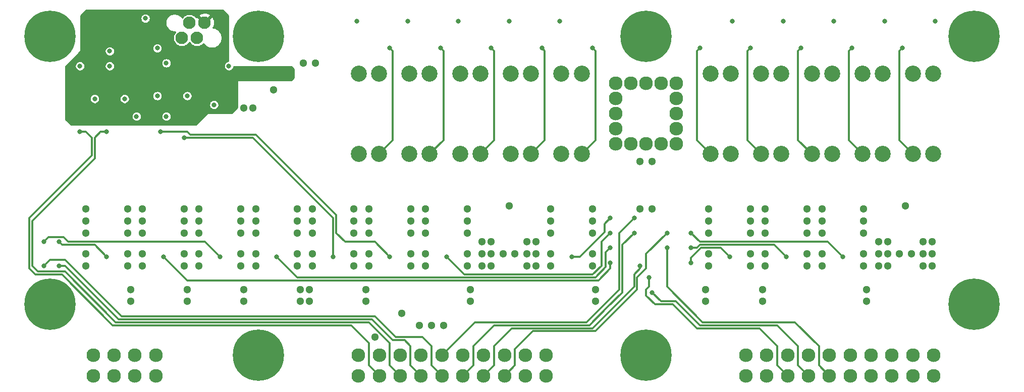
<source format=gbr>
G04 #@! TF.GenerationSoftware,KiCad,Pcbnew,(5.1.5-0-10_14)*
G04 #@! TF.CreationDate,2020-04-25T01:09:03+02:00*
G04 #@! TF.ProjectId,PowerUnit,506f7765-7255-46e6-9974-2e6b69636164,B*
G04 #@! TF.SameCoordinates,Original*
G04 #@! TF.FileFunction,Copper,L2,Inr*
G04 #@! TF.FilePolarity,Positive*
%FSLAX46Y46*%
G04 Gerber Fmt 4.6, Leading zero omitted, Abs format (unit mm)*
G04 Created by KiCad (PCBNEW (5.1.5-0-10_14)) date 2020-04-25 01:09:03*
%MOMM*%
%LPD*%
G04 APERTURE LIST*
%ADD10C,2.100000*%
%ADD11C,0.900000*%
%ADD12C,8.600000*%
%ADD13C,2.700000*%
%ADD14C,2.300000*%
%ADD15C,1.300000*%
%ADD16C,0.800000*%
%ADD17C,0.300000*%
%ADD18C,0.254000*%
G04 APERTURE END LIST*
D10*
X80905000Y-87730000D03*
X79635000Y-90270000D03*
X78365000Y-87730000D03*
X77095000Y-90270000D03*
D11*
X212280419Y-132719581D03*
X210000000Y-131775000D03*
X207719581Y-132719581D03*
X206775000Y-135000000D03*
X207719581Y-137280419D03*
X210000000Y-138225000D03*
X212280419Y-137280419D03*
X213225000Y-135000000D03*
D12*
X210000000Y-135000000D03*
D11*
X212280419Y-87719581D03*
X210000000Y-86775000D03*
X207719581Y-87719581D03*
X206775000Y-90000000D03*
X207719581Y-92280419D03*
X210000000Y-93225000D03*
X212280419Y-92280419D03*
X213225000Y-90000000D03*
D12*
X210000000Y-90000000D03*
D11*
X157280419Y-141219581D03*
X155000000Y-140275000D03*
X152719581Y-141219581D03*
X151775000Y-143500000D03*
X152719581Y-145780419D03*
X155000000Y-146725000D03*
X157280419Y-145780419D03*
X158225000Y-143500000D03*
D12*
X155000000Y-143500000D03*
D11*
X157280419Y-87719581D03*
X155000000Y-86775000D03*
X152719581Y-87719581D03*
X151775000Y-90000000D03*
X152719581Y-92280419D03*
X155000000Y-93225000D03*
X157280419Y-92280419D03*
X158225000Y-90000000D03*
D12*
X155000000Y-90000000D03*
D11*
X92280419Y-141219581D03*
X90000000Y-140275000D03*
X87719581Y-141219581D03*
X86775000Y-143500000D03*
X87719581Y-145780419D03*
X90000000Y-146725000D03*
X92280419Y-145780419D03*
X93225000Y-143500000D03*
D12*
X90000000Y-143500000D03*
D11*
X92280419Y-87719581D03*
X90000000Y-86775000D03*
X87719581Y-87719581D03*
X86775000Y-90000000D03*
X87719581Y-92280419D03*
X90000000Y-93225000D03*
X92280419Y-92280419D03*
X93225000Y-90000000D03*
D12*
X90000000Y-90000000D03*
D11*
X57280419Y-132719581D03*
X55000000Y-131775000D03*
X52719581Y-132719581D03*
X51775000Y-135000000D03*
X52719581Y-137280419D03*
X55000000Y-138225000D03*
X57280419Y-137280419D03*
X58225000Y-135000000D03*
D12*
X55000000Y-135000000D03*
D11*
X57280419Y-87719581D03*
X55000000Y-86775000D03*
X52719581Y-87719581D03*
X51775000Y-90000000D03*
X52719581Y-92280419D03*
X55000000Y-93225000D03*
X57280419Y-92280419D03*
X58225000Y-90000000D03*
D12*
X55000000Y-90000000D03*
D13*
X203200000Y-109730000D03*
X199800000Y-109730000D03*
X199800000Y-96270000D03*
X203200000Y-96270000D03*
X135700000Y-109730000D03*
X132300000Y-109730000D03*
X132300000Y-96270000D03*
X135700000Y-96270000D03*
D14*
X171750000Y-143490000D03*
X175250000Y-143490000D03*
X178750000Y-143490000D03*
X182250000Y-143490000D03*
X185750000Y-143490000D03*
X189250000Y-143490000D03*
X192750000Y-143490000D03*
X196250000Y-143490000D03*
X199750000Y-143490000D03*
X203250000Y-143490000D03*
X171750000Y-146990000D03*
X175250000Y-146990000D03*
X178750000Y-146990000D03*
X182250000Y-146990000D03*
X185750000Y-146990000D03*
X189250000Y-146990000D03*
X192750000Y-146990000D03*
X196250000Y-146990000D03*
X199750000Y-146990000D03*
X203250000Y-146990000D03*
X149920000Y-100460000D03*
X149920000Y-103000000D03*
X149920000Y-105540000D03*
X149920000Y-108080000D03*
X152460000Y-108080000D03*
X155000000Y-108080000D03*
X157540000Y-108080000D03*
X160080000Y-108080000D03*
X160080000Y-105540000D03*
X160080000Y-103000000D03*
X160080000Y-100460000D03*
X160080000Y-97920000D03*
X157540000Y-97920000D03*
X155000000Y-97920000D03*
X152460000Y-97920000D03*
X149920000Y-97920000D03*
X62250000Y-143490000D03*
X65750000Y-143490000D03*
X69250000Y-143490000D03*
X72750000Y-143490000D03*
X62250000Y-146990000D03*
X65750000Y-146990000D03*
X69250000Y-146990000D03*
X72750000Y-146990000D03*
D13*
X144200000Y-109730000D03*
X140800000Y-109730000D03*
X140800000Y-96270000D03*
X144200000Y-96270000D03*
X118700000Y-109730000D03*
X115300000Y-109730000D03*
X115300000Y-96270000D03*
X118700000Y-96270000D03*
X127200000Y-109730000D03*
X123800000Y-109730000D03*
X123800000Y-96270000D03*
X127200000Y-96270000D03*
X169200000Y-109730000D03*
X165800000Y-109730000D03*
X165800000Y-96270000D03*
X169200000Y-96270000D03*
X110200000Y-109730000D03*
X106800000Y-109730000D03*
X106800000Y-96270000D03*
X110200000Y-96270000D03*
X186200000Y-109730000D03*
X182800000Y-109730000D03*
X182800000Y-96270000D03*
X186200000Y-96270000D03*
X177700000Y-109730000D03*
X174300000Y-109730000D03*
X174300000Y-96270000D03*
X177700000Y-96270000D03*
X194700000Y-109730000D03*
X191300000Y-109730000D03*
X191300000Y-96270000D03*
X194700000Y-96270000D03*
D14*
X106750000Y-143490000D03*
X110250000Y-143490000D03*
X113750000Y-143490000D03*
X117250000Y-143490000D03*
X120750000Y-143490000D03*
X124250000Y-143490000D03*
X127750000Y-143490000D03*
X131250000Y-143490000D03*
X134750000Y-143490000D03*
X138250000Y-143490000D03*
X106750000Y-146990000D03*
X110250000Y-146990000D03*
X113750000Y-146990000D03*
X117250000Y-146990000D03*
X120750000Y-146990000D03*
X124250000Y-146990000D03*
X127750000Y-146990000D03*
X131250000Y-146990000D03*
X134750000Y-146990000D03*
X138250000Y-146990000D03*
D15*
X133000000Y-126500000D03*
X131000000Y-126500000D03*
X125500000Y-134500000D03*
X108000000Y-134500000D03*
X108000000Y-132500000D03*
X125500000Y-132500000D03*
X98500000Y-132500000D03*
X97000000Y-132500000D03*
X97000000Y-134500000D03*
X87500000Y-132500000D03*
X87500000Y-134500000D03*
X78000000Y-132500000D03*
X78000000Y-134500000D03*
X68500000Y-132500000D03*
X68500000Y-134500000D03*
X165000000Y-132500000D03*
X165000000Y-134500000D03*
X98500000Y-134500000D03*
X156000000Y-119000000D03*
X154000000Y-119000000D03*
D16*
X169500000Y-87500000D03*
X178000000Y-87500000D03*
X186500000Y-87500000D03*
X195000000Y-87500000D03*
X203500000Y-87500000D03*
X106500000Y-87500000D03*
X115000000Y-87500000D03*
X123500000Y-87500000D03*
X132000000Y-87500000D03*
X140500000Y-87500000D03*
D15*
X146500000Y-132500000D03*
X146500000Y-134500000D03*
X97500000Y-94500000D03*
X99500000Y-94500000D03*
D16*
X82500000Y-101500000D03*
X60000000Y-95000000D03*
X71000000Y-87000000D03*
X69500000Y-103450000D03*
X74500000Y-103450000D03*
X65000000Y-92500000D03*
X65000000Y-95000000D03*
X78000000Y-100000000D03*
X73000000Y-100000000D03*
X67500000Y-100500000D03*
X62500000Y-100500000D03*
D15*
X197500000Y-126500000D03*
X199500000Y-126500000D03*
X192000000Y-132500000D03*
X192000000Y-134500000D03*
X174500000Y-132500000D03*
X174500000Y-134500000D03*
X89000000Y-102000000D03*
X87500000Y-102000000D03*
X92500000Y-99000000D03*
D16*
X85000000Y-95000000D03*
X73000000Y-92000000D03*
X82500000Y-96500000D03*
X94500000Y-95500000D03*
X93000000Y-96000000D03*
X93000000Y-97000000D03*
X82500000Y-99000000D03*
X65000000Y-88500000D03*
X63000000Y-104000000D03*
X68000000Y-104000000D03*
X129000000Y-92000000D03*
D15*
X118000000Y-121000000D03*
X118000000Y-119000000D03*
X118000000Y-123000000D03*
X125000000Y-123000000D03*
X125000000Y-121000000D03*
X125000000Y-119000000D03*
X115500000Y-119000000D03*
X115500000Y-121000000D03*
X115500000Y-123000000D03*
X108500000Y-123000000D03*
X108500000Y-121000000D03*
X108500000Y-119000000D03*
X106000000Y-119000000D03*
X106000000Y-121000000D03*
X106000000Y-123000000D03*
X99000000Y-123000000D03*
X99000000Y-121000000D03*
X99000000Y-119000000D03*
X96500000Y-119000000D03*
X96500000Y-121000000D03*
X96500000Y-123000000D03*
X89500000Y-119000000D03*
X89500000Y-121000000D03*
X89500000Y-123000000D03*
D16*
X120500000Y-92000000D03*
D15*
X70500000Y-121000000D03*
X61000000Y-121000000D03*
X70500000Y-119000000D03*
X70500000Y-123000000D03*
X77500000Y-123000000D03*
X77500000Y-121000000D03*
X77500000Y-119000000D03*
X61000000Y-119000000D03*
X61000000Y-123000000D03*
X68000000Y-123000000D03*
X68000000Y-121000000D03*
X68000000Y-119000000D03*
D16*
X146000000Y-92000000D03*
D15*
X135000000Y-124500000D03*
X136500000Y-124500000D03*
X136500000Y-126500000D03*
X135000000Y-126500000D03*
X135000000Y-128500000D03*
X136500000Y-128500000D03*
X146000000Y-119000000D03*
X139000000Y-119000000D03*
X139000000Y-121000000D03*
X146000000Y-121000000D03*
X146000000Y-123000000D03*
X139000000Y-123000000D03*
D16*
X164000000Y-92000000D03*
D15*
X172500000Y-123000000D03*
X172500000Y-121000000D03*
X172500000Y-119000000D03*
X165500000Y-123000000D03*
X165500000Y-121000000D03*
X165500000Y-119000000D03*
X154000000Y-111000000D03*
X156000000Y-111000000D03*
D16*
X172500000Y-92000000D03*
D15*
X182000000Y-121000000D03*
X182000000Y-123000000D03*
X182000000Y-119000000D03*
X175000000Y-119000000D03*
X175000000Y-121000000D03*
X175000000Y-123000000D03*
D16*
X181000000Y-92000000D03*
D15*
X184500000Y-119000000D03*
X184500000Y-121000000D03*
X184500000Y-123000000D03*
X191500000Y-119000000D03*
X191500000Y-121000000D03*
X191500000Y-123000000D03*
D16*
X112000000Y-92000000D03*
D15*
X80000000Y-121000000D03*
X80000000Y-119000000D03*
X87000000Y-119000000D03*
X87000000Y-121000000D03*
X87000000Y-123000000D03*
X80000000Y-123000000D03*
D16*
X77500000Y-106999988D03*
X102500000Y-127000000D03*
D15*
X106000000Y-126500000D03*
X109500000Y-140500000D03*
X106000000Y-128500000D03*
X99000000Y-126500000D03*
X99000000Y-128500000D03*
X182000000Y-128500000D03*
X182000000Y-126500000D03*
X175000000Y-126500000D03*
X175000000Y-128500000D03*
X139000000Y-126500000D03*
X139000000Y-128500000D03*
X146000000Y-128500000D03*
X146000000Y-126500000D03*
X68000000Y-126500000D03*
X68000000Y-128500000D03*
X61000000Y-126500000D03*
X61000000Y-128500000D03*
X96500000Y-126500000D03*
X96500000Y-128500000D03*
X89500000Y-128500000D03*
X89500000Y-126500000D03*
X165500000Y-126500000D03*
X165500000Y-128500000D03*
X172500000Y-128500000D03*
X172500000Y-126500000D03*
X115500000Y-126500000D03*
X114000000Y-136500000D03*
X115500000Y-128500000D03*
X108500000Y-126500000D03*
X108500000Y-128500000D03*
X184500000Y-126500000D03*
X184500000Y-128500000D03*
X191500000Y-126500000D03*
X191500000Y-128500000D03*
X80000000Y-126500000D03*
X80000000Y-128500000D03*
X87000000Y-126500000D03*
X87000000Y-128500000D03*
X125000000Y-126500000D03*
X125000000Y-128500000D03*
X118000000Y-126500000D03*
X118000000Y-128500000D03*
X117000000Y-138500000D03*
X119000000Y-138500000D03*
X121000000Y-138500000D03*
X70500000Y-126500000D03*
X70500000Y-128500000D03*
X77500000Y-128500000D03*
X77500000Y-126500000D03*
D16*
X60000010Y-106000000D03*
X64500000Y-106000000D03*
X74500000Y-94500000D03*
X189500000Y-92000000D03*
D15*
X194000000Y-124500000D03*
X195500000Y-124500000D03*
X194000000Y-126500000D03*
X195500000Y-126500000D03*
X195500000Y-128500000D03*
X194000000Y-128500000D03*
D16*
X156000000Y-133000000D03*
X154000000Y-128500000D03*
X155500000Y-130500000D03*
X158500000Y-125500000D03*
X153000000Y-120500000D03*
X56500000Y-128500000D03*
X54000000Y-128500000D03*
X153000000Y-123000000D03*
X158500000Y-123000000D03*
X137500000Y-92000000D03*
D15*
X127500000Y-124500000D03*
X129000000Y-124500000D03*
X127500000Y-126500000D03*
X129000000Y-126500000D03*
X127500000Y-128500000D03*
X129000000Y-128500000D03*
X132000000Y-118500000D03*
D16*
X198000000Y-92000000D03*
D15*
X201500000Y-124500000D03*
X203000000Y-124500000D03*
X203000000Y-126500000D03*
X201500000Y-126500000D03*
X201500000Y-128500000D03*
X203000000Y-128500000D03*
X198500000Y-118500000D03*
D16*
X73500000Y-106000000D03*
X112000000Y-127000000D03*
X178500000Y-127000000D03*
X162500000Y-125500000D03*
X142500000Y-127000000D03*
X149000000Y-120500000D03*
X64500000Y-127000000D03*
X56500000Y-124500000D03*
X93000000Y-127000000D03*
X149000000Y-125500000D03*
X169000000Y-127000000D03*
X162500000Y-128000000D03*
X188000000Y-127000000D03*
X162500000Y-123000000D03*
X83500000Y-127000000D03*
X54000000Y-124500000D03*
X121500000Y-127000000D03*
X149000000Y-123000000D03*
X74000000Y-127000000D03*
X149000000Y-128000000D03*
D17*
X129000000Y-92000000D02*
X129500000Y-92500000D01*
X129500000Y-107430000D02*
X127200000Y-109730000D01*
X129500000Y-92500000D02*
X129500000Y-107430000D01*
X120500000Y-92000000D02*
X121000000Y-92500000D01*
X121000000Y-107430000D02*
X118700000Y-109730000D01*
X121000000Y-92500000D02*
X121000000Y-107430000D01*
X146000000Y-92000000D02*
X146500000Y-92500000D01*
X146500000Y-107430000D02*
X144200000Y-109730000D01*
X146500000Y-92500000D02*
X146500000Y-107430000D01*
X164000000Y-92000000D02*
X163500000Y-92500000D01*
X163500000Y-107430000D02*
X165800000Y-109730000D01*
X163500000Y-92500000D02*
X163500000Y-107430000D01*
X172500000Y-92000000D02*
X172000000Y-92500000D01*
X172000000Y-107430000D02*
X174300000Y-109730000D01*
X172000000Y-92500000D02*
X172000000Y-107430000D01*
X181000000Y-92000000D02*
X180500000Y-92500000D01*
X180500000Y-107430000D02*
X182800000Y-109730000D01*
X180500000Y-92500000D02*
X180500000Y-107430000D01*
X112000000Y-92000000D02*
X112500000Y-92500000D01*
X112500000Y-107430000D02*
X110200000Y-109730000D01*
X112500000Y-92500000D02*
X112500000Y-107430000D01*
X102500000Y-120500000D02*
X102500000Y-127000000D01*
X89000000Y-107000000D02*
X102500000Y-120500000D01*
X77500012Y-107000000D02*
X89000000Y-107000000D01*
X77500000Y-106999988D02*
X77500012Y-107000000D01*
X61000000Y-106000000D02*
X60000010Y-106000000D01*
X51500000Y-120500000D02*
X62000000Y-110000000D01*
X57000000Y-130000000D02*
X52500000Y-130000000D01*
X51500000Y-129000000D02*
X51500000Y-120500000D01*
X62000000Y-107000000D02*
X61000000Y-106000000D01*
X108500000Y-141500000D02*
X105500000Y-138500000D01*
X105500000Y-138500000D02*
X65500000Y-138500000D01*
X52500000Y-130000000D02*
X51500000Y-129000000D01*
X65500000Y-138500000D02*
X57000000Y-130000000D01*
X108500000Y-145240000D02*
X108500000Y-141500000D01*
X62000000Y-110000000D02*
X62000000Y-107000000D01*
X110250000Y-146990000D02*
X108500000Y-145240000D01*
X63500000Y-106000000D02*
X64500000Y-106000000D01*
X53000000Y-129500000D02*
X52000000Y-128500000D01*
X57500000Y-129500000D02*
X53000000Y-129500000D01*
X62500000Y-107000000D02*
X63500000Y-106000000D01*
X52000000Y-121000000D02*
X62500000Y-110500000D01*
X52000000Y-128500000D02*
X52000000Y-121000000D01*
X108480002Y-138000000D02*
X66000000Y-138000000D01*
X66000000Y-138000000D02*
X57500000Y-129500000D01*
X62500000Y-110500000D02*
X62500000Y-107000000D01*
X112000000Y-141519998D02*
X108480002Y-138000000D01*
X112000000Y-145240000D02*
X112000000Y-141519998D01*
X113750000Y-146990000D02*
X112000000Y-145240000D01*
X189500000Y-92000000D02*
X189000000Y-92500000D01*
X189000000Y-107430000D02*
X191300000Y-109730000D01*
X189000000Y-92500000D02*
X189000000Y-107430000D01*
X157500000Y-134500000D02*
X156000000Y-133000000D01*
X160000000Y-134500000D02*
X157500000Y-134500000D01*
X177000000Y-138500000D02*
X164000000Y-138500000D01*
X164000000Y-138500000D02*
X160000000Y-134500000D01*
X180500000Y-142000000D02*
X177000000Y-138500000D01*
X180500000Y-145240000D02*
X180500000Y-142000000D01*
X182250000Y-146990000D02*
X180500000Y-145240000D01*
X129500000Y-142000000D02*
X132500000Y-139000000D01*
X132500000Y-139000000D02*
X146000000Y-139000000D01*
X129500000Y-145240000D02*
X129500000Y-142000000D01*
X127750000Y-146990000D02*
X129500000Y-145240000D01*
X146000000Y-139000000D02*
X153000000Y-132000000D01*
X154000000Y-128500000D02*
X154000000Y-129000000D01*
X154000000Y-129000000D02*
X153000000Y-130000000D01*
X153000000Y-130000000D02*
X153000000Y-132000000D01*
X177000000Y-145240000D02*
X178750000Y-146990000D01*
X177000000Y-142000000D02*
X177000000Y-145240000D01*
X174000000Y-139000000D02*
X177000000Y-142000000D01*
X163500000Y-139000000D02*
X174000000Y-139000000D01*
X155500000Y-132000000D02*
X155000000Y-132500000D01*
X156500000Y-135000000D02*
X159500000Y-135000000D01*
X155000000Y-133500000D02*
X156500000Y-135000000D01*
X159500000Y-135000000D02*
X163500000Y-139000000D01*
X155000000Y-132500000D02*
X155000000Y-133500000D01*
X155500000Y-130500000D02*
X155500000Y-132000000D01*
X158500000Y-130000000D02*
X158500000Y-125500000D01*
X158500000Y-132000000D02*
X158500000Y-130000000D01*
X184000000Y-142000000D02*
X180000000Y-138000000D01*
X184000000Y-145240000D02*
X184000000Y-142000000D01*
X164500000Y-138000000D02*
X158500000Y-132000000D01*
X180000000Y-138000000D02*
X164500000Y-138000000D01*
X185750000Y-146990000D02*
X184000000Y-145240000D01*
X126240000Y-138000000D02*
X145000000Y-138000000D01*
X145000000Y-138000000D02*
X148000000Y-135000000D01*
X120750000Y-143490000D02*
X126240000Y-138000000D01*
X148000000Y-135000000D02*
X150500000Y-132500000D01*
X150500000Y-132500000D02*
X150500000Y-123000000D01*
X150500000Y-123000000D02*
X153000000Y-120500000D01*
X115480000Y-141980000D02*
X115480000Y-145220000D01*
X112500000Y-141000000D02*
X114500000Y-141000000D01*
X108999992Y-137499992D02*
X112500000Y-141000000D01*
X115480000Y-145220000D02*
X117250000Y-146990000D01*
X114500000Y-141000000D02*
X115480000Y-141980000D01*
X95000000Y-137500000D02*
X95000008Y-137499992D01*
X95000008Y-137499992D02*
X108999992Y-137499992D01*
X66500000Y-137500000D02*
X95000000Y-137500000D01*
X57500000Y-128500000D02*
X66500000Y-137500000D01*
X56500000Y-128500000D02*
X57500000Y-128500000D01*
X119000000Y-145240000D02*
X120750000Y-146990000D01*
X117500000Y-140500000D02*
X119000000Y-142000000D01*
X109499982Y-136999982D02*
X113000000Y-140500000D01*
X113000000Y-140500000D02*
X117500000Y-140500000D01*
X57500000Y-127500000D02*
X66999982Y-136999982D01*
X55000000Y-127500000D02*
X57500000Y-127500000D01*
X66999982Y-136999982D02*
X109499982Y-136999982D01*
X119000000Y-142000000D02*
X119000000Y-145240000D01*
X54000000Y-128500000D02*
X55000000Y-127500000D01*
X145500000Y-138500000D02*
X148500000Y-135500000D01*
X129500000Y-138500000D02*
X145500000Y-138500000D01*
X124250000Y-146990000D02*
X126000000Y-145240000D01*
X126000000Y-142000000D02*
X129500000Y-138500000D01*
X126000000Y-145240000D02*
X126000000Y-142000000D01*
X148500000Y-135500000D02*
X151000000Y-133000000D01*
X151000000Y-133000000D02*
X151000000Y-128000000D01*
X151000000Y-128000000D02*
X151000000Y-125000000D01*
X151000000Y-125000000D02*
X153000000Y-123000000D01*
X155000000Y-126500000D02*
X158500000Y-123000000D01*
X136000000Y-139500000D02*
X146500000Y-139500000D01*
X131250000Y-146990000D02*
X133000000Y-145240000D01*
X133000000Y-142500000D02*
X136000000Y-139500000D01*
X133000000Y-145240000D02*
X133000000Y-142500000D01*
X146500000Y-139500000D02*
X153500000Y-132500000D01*
X153500000Y-132500000D02*
X153500000Y-130500000D01*
X153500000Y-130500000D02*
X155000000Y-129000000D01*
X155000000Y-129000000D02*
X155000000Y-126500000D01*
X137500000Y-92000000D02*
X138000000Y-92500000D01*
X138000000Y-107430000D02*
X135700000Y-109730000D01*
X138000000Y-92500000D02*
X138000000Y-107430000D01*
X198000000Y-92000000D02*
X197500000Y-92500000D01*
X197500000Y-107430000D02*
X199800000Y-109730000D01*
X197500000Y-92500000D02*
X197500000Y-107430000D01*
X78500000Y-106500000D02*
X78000000Y-106000000D01*
X89500000Y-106500000D02*
X78500000Y-106500000D01*
X109500000Y-124500000D02*
X104500000Y-124500000D01*
X103000000Y-120000000D02*
X89500000Y-106500000D01*
X104500000Y-124500000D02*
X103000000Y-123000000D01*
X78000000Y-106000000D02*
X73500000Y-106000000D01*
X103000000Y-123000000D02*
X103000000Y-120000000D01*
X112000000Y-127000000D02*
X109500000Y-124500000D01*
X177000000Y-125500000D02*
X178500000Y-127000000D01*
X163500000Y-125500000D02*
X164000000Y-125000000D01*
X162500000Y-125500000D02*
X163500000Y-125500000D01*
X164000000Y-125000000D02*
X176500000Y-125000000D01*
X176500000Y-125000000D02*
X177000000Y-125500000D01*
X148000000Y-121500000D02*
X149000000Y-120500000D01*
X148000000Y-122889998D02*
X148000000Y-121500000D01*
X143889998Y-127000000D02*
X142500000Y-127000000D01*
X148000000Y-122889998D02*
X143889998Y-127000000D01*
X64500000Y-127000000D02*
X62500000Y-125000000D01*
X62500000Y-125000000D02*
X57000000Y-125000000D01*
X57000000Y-125000000D02*
X56500000Y-124500000D01*
X146500000Y-130500000D02*
X96500000Y-130500000D01*
X96500000Y-130500000D02*
X93000000Y-127000000D01*
X148249999Y-128750001D02*
X146500000Y-130500000D01*
X148249999Y-126250001D02*
X148249999Y-128750001D01*
X149000000Y-125500000D02*
X148249999Y-126250001D01*
X162500000Y-128000000D02*
X162500000Y-127207120D01*
X162500000Y-127207120D02*
X164207120Y-125500000D01*
X167500000Y-125500000D02*
X169000000Y-127000000D01*
X164207120Y-125500000D02*
X167500000Y-125500000D01*
X186000000Y-125000000D02*
X188000000Y-127000000D01*
X162500000Y-123000000D02*
X164000000Y-124500000D01*
X164000000Y-124500000D02*
X185500000Y-124500000D01*
X185500000Y-124500000D02*
X186000000Y-125000000D01*
X83500000Y-127000000D02*
X81000000Y-124500000D01*
X81000000Y-124500000D02*
X58000000Y-124500000D01*
X57249999Y-123749999D02*
X54750001Y-123749999D01*
X58000000Y-124500000D02*
X57249999Y-123749999D01*
X54750001Y-123749999D02*
X54000000Y-124500000D01*
X147500000Y-124500000D02*
X149000000Y-123000000D01*
X147500000Y-128500000D02*
X147500000Y-124500000D01*
X147500000Y-128500000D02*
X146000000Y-130000000D01*
X121500000Y-127000000D02*
X124500000Y-130000000D01*
X124500000Y-130000000D02*
X146000000Y-130000000D01*
X149000000Y-129000000D02*
X149000000Y-128000000D01*
X147000000Y-131000000D02*
X78000000Y-131000000D01*
X74000000Y-127000000D02*
X78000000Y-131000000D01*
X147000000Y-131000000D02*
X149000000Y-129000000D01*
D18*
G36*
X84873000Y-86552606D02*
G01*
X84873000Y-94182060D01*
X84758773Y-94204782D01*
X84608269Y-94267123D01*
X84472819Y-94357628D01*
X84357628Y-94472819D01*
X84267123Y-94608269D01*
X84204782Y-94758773D01*
X84173000Y-94918548D01*
X84173000Y-95081452D01*
X84204782Y-95241227D01*
X84267123Y-95391731D01*
X84357628Y-95527181D01*
X84472819Y-95642372D01*
X84608269Y-95732877D01*
X84758773Y-95795218D01*
X84918548Y-95827000D01*
X85081452Y-95827000D01*
X85241227Y-95795218D01*
X85391731Y-95732877D01*
X85527181Y-95642372D01*
X85642372Y-95527181D01*
X85732877Y-95391731D01*
X85795218Y-95241227D01*
X85817940Y-95127000D01*
X95447394Y-95127000D01*
X95873000Y-95552606D01*
X95873000Y-96947394D01*
X95447394Y-97373000D01*
X86500000Y-97373000D01*
X86475224Y-97375440D01*
X86451399Y-97382667D01*
X86429443Y-97394403D01*
X86410197Y-97410197D01*
X86394403Y-97429443D01*
X86382667Y-97451399D01*
X86375440Y-97475224D01*
X86373000Y-97500000D01*
X86373000Y-101947394D01*
X85447394Y-102873000D01*
X81500000Y-102873000D01*
X81475224Y-102875440D01*
X81451399Y-102882667D01*
X81429443Y-102894403D01*
X81410197Y-102910197D01*
X79447394Y-104873000D01*
X58552606Y-104873000D01*
X57627000Y-103947394D01*
X57627000Y-103368548D01*
X68673000Y-103368548D01*
X68673000Y-103531452D01*
X68704782Y-103691227D01*
X68767123Y-103841731D01*
X68857628Y-103977181D01*
X68972819Y-104092372D01*
X69108269Y-104182877D01*
X69258773Y-104245218D01*
X69418548Y-104277000D01*
X69581452Y-104277000D01*
X69741227Y-104245218D01*
X69891731Y-104182877D01*
X70027181Y-104092372D01*
X70142372Y-103977181D01*
X70232877Y-103841731D01*
X70295218Y-103691227D01*
X70327000Y-103531452D01*
X70327000Y-103368548D01*
X73673000Y-103368548D01*
X73673000Y-103531452D01*
X73704782Y-103691227D01*
X73767123Y-103841731D01*
X73857628Y-103977181D01*
X73972819Y-104092372D01*
X74108269Y-104182877D01*
X74258773Y-104245218D01*
X74418548Y-104277000D01*
X74581452Y-104277000D01*
X74741227Y-104245218D01*
X74891731Y-104182877D01*
X75027181Y-104092372D01*
X75142372Y-103977181D01*
X75232877Y-103841731D01*
X75295218Y-103691227D01*
X75327000Y-103531452D01*
X75327000Y-103368548D01*
X75295218Y-103208773D01*
X75232877Y-103058269D01*
X75142372Y-102922819D01*
X75027181Y-102807628D01*
X74891731Y-102717123D01*
X74741227Y-102654782D01*
X74581452Y-102623000D01*
X74418548Y-102623000D01*
X74258773Y-102654782D01*
X74108269Y-102717123D01*
X73972819Y-102807628D01*
X73857628Y-102922819D01*
X73767123Y-103058269D01*
X73704782Y-103208773D01*
X73673000Y-103368548D01*
X70327000Y-103368548D01*
X70295218Y-103208773D01*
X70232877Y-103058269D01*
X70142372Y-102922819D01*
X70027181Y-102807628D01*
X69891731Y-102717123D01*
X69741227Y-102654782D01*
X69581452Y-102623000D01*
X69418548Y-102623000D01*
X69258773Y-102654782D01*
X69108269Y-102717123D01*
X68972819Y-102807628D01*
X68857628Y-102922819D01*
X68767123Y-103058269D01*
X68704782Y-103208773D01*
X68673000Y-103368548D01*
X57627000Y-103368548D01*
X57627000Y-101418548D01*
X81673000Y-101418548D01*
X81673000Y-101581452D01*
X81704782Y-101741227D01*
X81767123Y-101891731D01*
X81857628Y-102027181D01*
X81972819Y-102142372D01*
X82108269Y-102232877D01*
X82258773Y-102295218D01*
X82418548Y-102327000D01*
X82581452Y-102327000D01*
X82741227Y-102295218D01*
X82891731Y-102232877D01*
X83027181Y-102142372D01*
X83142372Y-102027181D01*
X83232877Y-101891731D01*
X83295218Y-101741227D01*
X83327000Y-101581452D01*
X83327000Y-101418548D01*
X83295218Y-101258773D01*
X83232877Y-101108269D01*
X83142372Y-100972819D01*
X83027181Y-100857628D01*
X82891731Y-100767123D01*
X82741227Y-100704782D01*
X82581452Y-100673000D01*
X82418548Y-100673000D01*
X82258773Y-100704782D01*
X82108269Y-100767123D01*
X81972819Y-100857628D01*
X81857628Y-100972819D01*
X81767123Y-101108269D01*
X81704782Y-101258773D01*
X81673000Y-101418548D01*
X57627000Y-101418548D01*
X57627000Y-100418548D01*
X61673000Y-100418548D01*
X61673000Y-100581452D01*
X61704782Y-100741227D01*
X61767123Y-100891731D01*
X61857628Y-101027181D01*
X61972819Y-101142372D01*
X62108269Y-101232877D01*
X62258773Y-101295218D01*
X62418548Y-101327000D01*
X62581452Y-101327000D01*
X62741227Y-101295218D01*
X62891731Y-101232877D01*
X63027181Y-101142372D01*
X63142372Y-101027181D01*
X63232877Y-100891731D01*
X63295218Y-100741227D01*
X63327000Y-100581452D01*
X63327000Y-100418548D01*
X66673000Y-100418548D01*
X66673000Y-100581452D01*
X66704782Y-100741227D01*
X66767123Y-100891731D01*
X66857628Y-101027181D01*
X66972819Y-101142372D01*
X67108269Y-101232877D01*
X67258773Y-101295218D01*
X67418548Y-101327000D01*
X67581452Y-101327000D01*
X67741227Y-101295218D01*
X67891731Y-101232877D01*
X68027181Y-101142372D01*
X68142372Y-101027181D01*
X68232877Y-100891731D01*
X68295218Y-100741227D01*
X68327000Y-100581452D01*
X68327000Y-100418548D01*
X68295218Y-100258773D01*
X68232877Y-100108269D01*
X68142372Y-99972819D01*
X68088101Y-99918548D01*
X72173000Y-99918548D01*
X72173000Y-100081452D01*
X72204782Y-100241227D01*
X72267123Y-100391731D01*
X72357628Y-100527181D01*
X72472819Y-100642372D01*
X72608269Y-100732877D01*
X72758773Y-100795218D01*
X72918548Y-100827000D01*
X73081452Y-100827000D01*
X73241227Y-100795218D01*
X73391731Y-100732877D01*
X73527181Y-100642372D01*
X73642372Y-100527181D01*
X73732877Y-100391731D01*
X73795218Y-100241227D01*
X73827000Y-100081452D01*
X73827000Y-99918548D01*
X77173000Y-99918548D01*
X77173000Y-100081452D01*
X77204782Y-100241227D01*
X77267123Y-100391731D01*
X77357628Y-100527181D01*
X77472819Y-100642372D01*
X77608269Y-100732877D01*
X77758773Y-100795218D01*
X77918548Y-100827000D01*
X78081452Y-100827000D01*
X78241227Y-100795218D01*
X78391731Y-100732877D01*
X78527181Y-100642372D01*
X78642372Y-100527181D01*
X78732877Y-100391731D01*
X78795218Y-100241227D01*
X78827000Y-100081452D01*
X78827000Y-99918548D01*
X78795218Y-99758773D01*
X78732877Y-99608269D01*
X78642372Y-99472819D01*
X78527181Y-99357628D01*
X78391731Y-99267123D01*
X78241227Y-99204782D01*
X78081452Y-99173000D01*
X77918548Y-99173000D01*
X77758773Y-99204782D01*
X77608269Y-99267123D01*
X77472819Y-99357628D01*
X77357628Y-99472819D01*
X77267123Y-99608269D01*
X77204782Y-99758773D01*
X77173000Y-99918548D01*
X73827000Y-99918548D01*
X73795218Y-99758773D01*
X73732877Y-99608269D01*
X73642372Y-99472819D01*
X73527181Y-99357628D01*
X73391731Y-99267123D01*
X73241227Y-99204782D01*
X73081452Y-99173000D01*
X72918548Y-99173000D01*
X72758773Y-99204782D01*
X72608269Y-99267123D01*
X72472819Y-99357628D01*
X72357628Y-99472819D01*
X72267123Y-99608269D01*
X72204782Y-99758773D01*
X72173000Y-99918548D01*
X68088101Y-99918548D01*
X68027181Y-99857628D01*
X67891731Y-99767123D01*
X67741227Y-99704782D01*
X67581452Y-99673000D01*
X67418548Y-99673000D01*
X67258773Y-99704782D01*
X67108269Y-99767123D01*
X66972819Y-99857628D01*
X66857628Y-99972819D01*
X66767123Y-100108269D01*
X66704782Y-100258773D01*
X66673000Y-100418548D01*
X63327000Y-100418548D01*
X63295218Y-100258773D01*
X63232877Y-100108269D01*
X63142372Y-99972819D01*
X63027181Y-99857628D01*
X62891731Y-99767123D01*
X62741227Y-99704782D01*
X62581452Y-99673000D01*
X62418548Y-99673000D01*
X62258773Y-99704782D01*
X62108269Y-99767123D01*
X61972819Y-99857628D01*
X61857628Y-99972819D01*
X61767123Y-100108269D01*
X61704782Y-100258773D01*
X61673000Y-100418548D01*
X57627000Y-100418548D01*
X57627000Y-95052606D01*
X57761058Y-94918548D01*
X59173000Y-94918548D01*
X59173000Y-95081452D01*
X59204782Y-95241227D01*
X59267123Y-95391731D01*
X59357628Y-95527181D01*
X59472819Y-95642372D01*
X59608269Y-95732877D01*
X59758773Y-95795218D01*
X59918548Y-95827000D01*
X60081452Y-95827000D01*
X60241227Y-95795218D01*
X60391731Y-95732877D01*
X60527181Y-95642372D01*
X60642372Y-95527181D01*
X60732877Y-95391731D01*
X60795218Y-95241227D01*
X60827000Y-95081452D01*
X60827000Y-94918548D01*
X64173000Y-94918548D01*
X64173000Y-95081452D01*
X64204782Y-95241227D01*
X64267123Y-95391731D01*
X64357628Y-95527181D01*
X64472819Y-95642372D01*
X64608269Y-95732877D01*
X64758773Y-95795218D01*
X64918548Y-95827000D01*
X65081452Y-95827000D01*
X65241227Y-95795218D01*
X65391731Y-95732877D01*
X65527181Y-95642372D01*
X65642372Y-95527181D01*
X65732877Y-95391731D01*
X65795218Y-95241227D01*
X65827000Y-95081452D01*
X65827000Y-94918548D01*
X65795218Y-94758773D01*
X65732877Y-94608269D01*
X65642372Y-94472819D01*
X65588101Y-94418548D01*
X73673000Y-94418548D01*
X73673000Y-94581452D01*
X73704782Y-94741227D01*
X73767123Y-94891731D01*
X73857628Y-95027181D01*
X73972819Y-95142372D01*
X74108269Y-95232877D01*
X74258773Y-95295218D01*
X74418548Y-95327000D01*
X74581452Y-95327000D01*
X74741227Y-95295218D01*
X74891731Y-95232877D01*
X75027181Y-95142372D01*
X75142372Y-95027181D01*
X75232877Y-94891731D01*
X75295218Y-94741227D01*
X75327000Y-94581452D01*
X75327000Y-94418548D01*
X75295218Y-94258773D01*
X75232877Y-94108269D01*
X75142372Y-93972819D01*
X75027181Y-93857628D01*
X74891731Y-93767123D01*
X74741227Y-93704782D01*
X74581452Y-93673000D01*
X74418548Y-93673000D01*
X74258773Y-93704782D01*
X74108269Y-93767123D01*
X73972819Y-93857628D01*
X73857628Y-93972819D01*
X73767123Y-94108269D01*
X73704782Y-94258773D01*
X73673000Y-94418548D01*
X65588101Y-94418548D01*
X65527181Y-94357628D01*
X65391731Y-94267123D01*
X65241227Y-94204782D01*
X65081452Y-94173000D01*
X64918548Y-94173000D01*
X64758773Y-94204782D01*
X64608269Y-94267123D01*
X64472819Y-94357628D01*
X64357628Y-94472819D01*
X64267123Y-94608269D01*
X64204782Y-94758773D01*
X64173000Y-94918548D01*
X60827000Y-94918548D01*
X60795218Y-94758773D01*
X60732877Y-94608269D01*
X60642372Y-94472819D01*
X60527181Y-94357628D01*
X60391731Y-94267123D01*
X60241227Y-94204782D01*
X60081452Y-94173000D01*
X59918548Y-94173000D01*
X59758773Y-94204782D01*
X59608269Y-94267123D01*
X59472819Y-94357628D01*
X59357628Y-94472819D01*
X59267123Y-94608269D01*
X59204782Y-94758773D01*
X59173000Y-94918548D01*
X57761058Y-94918548D01*
X60089803Y-92589803D01*
X60105597Y-92570557D01*
X60117333Y-92548601D01*
X60124560Y-92524776D01*
X60127000Y-92500000D01*
X60127000Y-92418548D01*
X64173000Y-92418548D01*
X64173000Y-92581452D01*
X64204782Y-92741227D01*
X64267123Y-92891731D01*
X64357628Y-93027181D01*
X64472819Y-93142372D01*
X64608269Y-93232877D01*
X64758773Y-93295218D01*
X64918548Y-93327000D01*
X65081452Y-93327000D01*
X65241227Y-93295218D01*
X65391731Y-93232877D01*
X65527181Y-93142372D01*
X65642372Y-93027181D01*
X65732877Y-92891731D01*
X65795218Y-92741227D01*
X65827000Y-92581452D01*
X65827000Y-92418548D01*
X65795218Y-92258773D01*
X65732877Y-92108269D01*
X65642372Y-91972819D01*
X65588101Y-91918548D01*
X72173000Y-91918548D01*
X72173000Y-92081452D01*
X72204782Y-92241227D01*
X72267123Y-92391731D01*
X72357628Y-92527181D01*
X72472819Y-92642372D01*
X72608269Y-92732877D01*
X72758773Y-92795218D01*
X72918548Y-92827000D01*
X73081452Y-92827000D01*
X73241227Y-92795218D01*
X73391731Y-92732877D01*
X73527181Y-92642372D01*
X73642372Y-92527181D01*
X73732877Y-92391731D01*
X73795218Y-92241227D01*
X73827000Y-92081452D01*
X73827000Y-91918548D01*
X73795218Y-91758773D01*
X73732877Y-91608269D01*
X73642372Y-91472819D01*
X73527181Y-91357628D01*
X73391731Y-91267123D01*
X73241227Y-91204782D01*
X73081452Y-91173000D01*
X72918548Y-91173000D01*
X72758773Y-91204782D01*
X72608269Y-91267123D01*
X72472819Y-91357628D01*
X72357628Y-91472819D01*
X72267123Y-91608269D01*
X72204782Y-91758773D01*
X72173000Y-91918548D01*
X65588101Y-91918548D01*
X65527181Y-91857628D01*
X65391731Y-91767123D01*
X65241227Y-91704782D01*
X65081452Y-91673000D01*
X64918548Y-91673000D01*
X64758773Y-91704782D01*
X64608269Y-91767123D01*
X64472819Y-91857628D01*
X64357628Y-91972819D01*
X64267123Y-92108269D01*
X64204782Y-92258773D01*
X64173000Y-92418548D01*
X60127000Y-92418548D01*
X60127000Y-86918548D01*
X70173000Y-86918548D01*
X70173000Y-87081452D01*
X70204782Y-87241227D01*
X70267123Y-87391731D01*
X70357628Y-87527181D01*
X70472819Y-87642372D01*
X70608269Y-87732877D01*
X70758773Y-87795218D01*
X70918548Y-87827000D01*
X71081452Y-87827000D01*
X71241227Y-87795218D01*
X71391731Y-87732877D01*
X71527181Y-87642372D01*
X71589949Y-87579604D01*
X74338000Y-87579604D01*
X74338000Y-87880396D01*
X74396681Y-88175410D01*
X74511790Y-88453306D01*
X74678901Y-88703406D01*
X74891594Y-88916099D01*
X75141694Y-89083210D01*
X75419590Y-89198319D01*
X75714604Y-89257000D01*
X76015396Y-89257000D01*
X76020152Y-89256054D01*
X75947739Y-89328467D01*
X75786099Y-89570378D01*
X75674760Y-89839175D01*
X75618000Y-90124528D01*
X75618000Y-90415472D01*
X75674760Y-90700825D01*
X75786099Y-90969622D01*
X75947739Y-91211533D01*
X76153467Y-91417261D01*
X76395378Y-91578901D01*
X76664175Y-91690240D01*
X76949528Y-91747000D01*
X77240472Y-91747000D01*
X77525825Y-91690240D01*
X77794622Y-91578901D01*
X78036533Y-91417261D01*
X78242261Y-91211533D01*
X78365000Y-91027841D01*
X78487739Y-91211533D01*
X78693467Y-91417261D01*
X78935378Y-91578901D01*
X79204175Y-91690240D01*
X79489528Y-91747000D01*
X79780472Y-91747000D01*
X80065825Y-91690240D01*
X80334622Y-91578901D01*
X80576533Y-91417261D01*
X80725197Y-91268597D01*
X80793552Y-91370898D01*
X81034102Y-91611448D01*
X81316959Y-91800447D01*
X81631253Y-91930632D01*
X81964905Y-91997000D01*
X82305095Y-91997000D01*
X82638747Y-91930632D01*
X82953041Y-91800447D01*
X83235898Y-91611448D01*
X83476448Y-91370898D01*
X83665447Y-91088041D01*
X83795632Y-90773747D01*
X83862000Y-90440095D01*
X83862000Y-90099905D01*
X83795632Y-89766253D01*
X83665447Y-89451959D01*
X83476448Y-89169102D01*
X83235898Y-88928552D01*
X82953041Y-88739553D01*
X82638747Y-88609368D01*
X82376172Y-88557138D01*
X82491463Y-88321523D01*
X82576380Y-88000654D01*
X82597066Y-87669383D01*
X82552728Y-87340443D01*
X82445069Y-87026473D01*
X82345579Y-86840339D01*
X82076066Y-86738539D01*
X81084605Y-87730000D01*
X81098748Y-87744143D01*
X80919143Y-87923748D01*
X80905000Y-87909605D01*
X80890858Y-87923748D01*
X80711253Y-87744143D01*
X80725395Y-87730000D01*
X79733934Y-86738539D01*
X79530295Y-86815457D01*
X79512261Y-86788467D01*
X79306533Y-86582739D01*
X79270907Y-86558934D01*
X79913539Y-86558934D01*
X80905000Y-87550395D01*
X81896461Y-86558934D01*
X81794661Y-86289421D01*
X81496523Y-86143537D01*
X81175654Y-86058620D01*
X80844383Y-86037934D01*
X80515443Y-86082272D01*
X80201473Y-86189931D01*
X80015339Y-86289421D01*
X79913539Y-86558934D01*
X79270907Y-86558934D01*
X79064622Y-86421099D01*
X78795825Y-86309760D01*
X78510472Y-86253000D01*
X78219528Y-86253000D01*
X77934175Y-86309760D01*
X77665378Y-86421099D01*
X77423467Y-86582739D01*
X77217739Y-86788467D01*
X77145067Y-86897228D01*
X77051099Y-86756594D01*
X76838406Y-86543901D01*
X76588306Y-86376790D01*
X76310410Y-86261681D01*
X76015396Y-86203000D01*
X75714604Y-86203000D01*
X75419590Y-86261681D01*
X75141694Y-86376790D01*
X74891594Y-86543901D01*
X74678901Y-86756594D01*
X74511790Y-87006694D01*
X74396681Y-87284590D01*
X74338000Y-87579604D01*
X71589949Y-87579604D01*
X71642372Y-87527181D01*
X71732877Y-87391731D01*
X71795218Y-87241227D01*
X71827000Y-87081452D01*
X71827000Y-86918548D01*
X71795218Y-86758773D01*
X71732877Y-86608269D01*
X71642372Y-86472819D01*
X71527181Y-86357628D01*
X71391731Y-86267123D01*
X71241227Y-86204782D01*
X71081452Y-86173000D01*
X70918548Y-86173000D01*
X70758773Y-86204782D01*
X70608269Y-86267123D01*
X70472819Y-86357628D01*
X70357628Y-86472819D01*
X70267123Y-86608269D01*
X70204782Y-86758773D01*
X70173000Y-86918548D01*
X60127000Y-86918548D01*
X60127000Y-86552606D01*
X61052606Y-85627000D01*
X83947394Y-85627000D01*
X84873000Y-86552606D01*
G37*
X84873000Y-86552606D02*
X84873000Y-94182060D01*
X84758773Y-94204782D01*
X84608269Y-94267123D01*
X84472819Y-94357628D01*
X84357628Y-94472819D01*
X84267123Y-94608269D01*
X84204782Y-94758773D01*
X84173000Y-94918548D01*
X84173000Y-95081452D01*
X84204782Y-95241227D01*
X84267123Y-95391731D01*
X84357628Y-95527181D01*
X84472819Y-95642372D01*
X84608269Y-95732877D01*
X84758773Y-95795218D01*
X84918548Y-95827000D01*
X85081452Y-95827000D01*
X85241227Y-95795218D01*
X85391731Y-95732877D01*
X85527181Y-95642372D01*
X85642372Y-95527181D01*
X85732877Y-95391731D01*
X85795218Y-95241227D01*
X85817940Y-95127000D01*
X95447394Y-95127000D01*
X95873000Y-95552606D01*
X95873000Y-96947394D01*
X95447394Y-97373000D01*
X86500000Y-97373000D01*
X86475224Y-97375440D01*
X86451399Y-97382667D01*
X86429443Y-97394403D01*
X86410197Y-97410197D01*
X86394403Y-97429443D01*
X86382667Y-97451399D01*
X86375440Y-97475224D01*
X86373000Y-97500000D01*
X86373000Y-101947394D01*
X85447394Y-102873000D01*
X81500000Y-102873000D01*
X81475224Y-102875440D01*
X81451399Y-102882667D01*
X81429443Y-102894403D01*
X81410197Y-102910197D01*
X79447394Y-104873000D01*
X58552606Y-104873000D01*
X57627000Y-103947394D01*
X57627000Y-103368548D01*
X68673000Y-103368548D01*
X68673000Y-103531452D01*
X68704782Y-103691227D01*
X68767123Y-103841731D01*
X68857628Y-103977181D01*
X68972819Y-104092372D01*
X69108269Y-104182877D01*
X69258773Y-104245218D01*
X69418548Y-104277000D01*
X69581452Y-104277000D01*
X69741227Y-104245218D01*
X69891731Y-104182877D01*
X70027181Y-104092372D01*
X70142372Y-103977181D01*
X70232877Y-103841731D01*
X70295218Y-103691227D01*
X70327000Y-103531452D01*
X70327000Y-103368548D01*
X73673000Y-103368548D01*
X73673000Y-103531452D01*
X73704782Y-103691227D01*
X73767123Y-103841731D01*
X73857628Y-103977181D01*
X73972819Y-104092372D01*
X74108269Y-104182877D01*
X74258773Y-104245218D01*
X74418548Y-104277000D01*
X74581452Y-104277000D01*
X74741227Y-104245218D01*
X74891731Y-104182877D01*
X75027181Y-104092372D01*
X75142372Y-103977181D01*
X75232877Y-103841731D01*
X75295218Y-103691227D01*
X75327000Y-103531452D01*
X75327000Y-103368548D01*
X75295218Y-103208773D01*
X75232877Y-103058269D01*
X75142372Y-102922819D01*
X75027181Y-102807628D01*
X74891731Y-102717123D01*
X74741227Y-102654782D01*
X74581452Y-102623000D01*
X74418548Y-102623000D01*
X74258773Y-102654782D01*
X74108269Y-102717123D01*
X73972819Y-102807628D01*
X73857628Y-102922819D01*
X73767123Y-103058269D01*
X73704782Y-103208773D01*
X73673000Y-103368548D01*
X70327000Y-103368548D01*
X70295218Y-103208773D01*
X70232877Y-103058269D01*
X70142372Y-102922819D01*
X70027181Y-102807628D01*
X69891731Y-102717123D01*
X69741227Y-102654782D01*
X69581452Y-102623000D01*
X69418548Y-102623000D01*
X69258773Y-102654782D01*
X69108269Y-102717123D01*
X68972819Y-102807628D01*
X68857628Y-102922819D01*
X68767123Y-103058269D01*
X68704782Y-103208773D01*
X68673000Y-103368548D01*
X57627000Y-103368548D01*
X57627000Y-101418548D01*
X81673000Y-101418548D01*
X81673000Y-101581452D01*
X81704782Y-101741227D01*
X81767123Y-101891731D01*
X81857628Y-102027181D01*
X81972819Y-102142372D01*
X82108269Y-102232877D01*
X82258773Y-102295218D01*
X82418548Y-102327000D01*
X82581452Y-102327000D01*
X82741227Y-102295218D01*
X82891731Y-102232877D01*
X83027181Y-102142372D01*
X83142372Y-102027181D01*
X83232877Y-101891731D01*
X83295218Y-101741227D01*
X83327000Y-101581452D01*
X83327000Y-101418548D01*
X83295218Y-101258773D01*
X83232877Y-101108269D01*
X83142372Y-100972819D01*
X83027181Y-100857628D01*
X82891731Y-100767123D01*
X82741227Y-100704782D01*
X82581452Y-100673000D01*
X82418548Y-100673000D01*
X82258773Y-100704782D01*
X82108269Y-100767123D01*
X81972819Y-100857628D01*
X81857628Y-100972819D01*
X81767123Y-101108269D01*
X81704782Y-101258773D01*
X81673000Y-101418548D01*
X57627000Y-101418548D01*
X57627000Y-100418548D01*
X61673000Y-100418548D01*
X61673000Y-100581452D01*
X61704782Y-100741227D01*
X61767123Y-100891731D01*
X61857628Y-101027181D01*
X61972819Y-101142372D01*
X62108269Y-101232877D01*
X62258773Y-101295218D01*
X62418548Y-101327000D01*
X62581452Y-101327000D01*
X62741227Y-101295218D01*
X62891731Y-101232877D01*
X63027181Y-101142372D01*
X63142372Y-101027181D01*
X63232877Y-100891731D01*
X63295218Y-100741227D01*
X63327000Y-100581452D01*
X63327000Y-100418548D01*
X66673000Y-100418548D01*
X66673000Y-100581452D01*
X66704782Y-100741227D01*
X66767123Y-100891731D01*
X66857628Y-101027181D01*
X66972819Y-101142372D01*
X67108269Y-101232877D01*
X67258773Y-101295218D01*
X67418548Y-101327000D01*
X67581452Y-101327000D01*
X67741227Y-101295218D01*
X67891731Y-101232877D01*
X68027181Y-101142372D01*
X68142372Y-101027181D01*
X68232877Y-100891731D01*
X68295218Y-100741227D01*
X68327000Y-100581452D01*
X68327000Y-100418548D01*
X68295218Y-100258773D01*
X68232877Y-100108269D01*
X68142372Y-99972819D01*
X68088101Y-99918548D01*
X72173000Y-99918548D01*
X72173000Y-100081452D01*
X72204782Y-100241227D01*
X72267123Y-100391731D01*
X72357628Y-100527181D01*
X72472819Y-100642372D01*
X72608269Y-100732877D01*
X72758773Y-100795218D01*
X72918548Y-100827000D01*
X73081452Y-100827000D01*
X73241227Y-100795218D01*
X73391731Y-100732877D01*
X73527181Y-100642372D01*
X73642372Y-100527181D01*
X73732877Y-100391731D01*
X73795218Y-100241227D01*
X73827000Y-100081452D01*
X73827000Y-99918548D01*
X77173000Y-99918548D01*
X77173000Y-100081452D01*
X77204782Y-100241227D01*
X77267123Y-100391731D01*
X77357628Y-100527181D01*
X77472819Y-100642372D01*
X77608269Y-100732877D01*
X77758773Y-100795218D01*
X77918548Y-100827000D01*
X78081452Y-100827000D01*
X78241227Y-100795218D01*
X78391731Y-100732877D01*
X78527181Y-100642372D01*
X78642372Y-100527181D01*
X78732877Y-100391731D01*
X78795218Y-100241227D01*
X78827000Y-100081452D01*
X78827000Y-99918548D01*
X78795218Y-99758773D01*
X78732877Y-99608269D01*
X78642372Y-99472819D01*
X78527181Y-99357628D01*
X78391731Y-99267123D01*
X78241227Y-99204782D01*
X78081452Y-99173000D01*
X77918548Y-99173000D01*
X77758773Y-99204782D01*
X77608269Y-99267123D01*
X77472819Y-99357628D01*
X77357628Y-99472819D01*
X77267123Y-99608269D01*
X77204782Y-99758773D01*
X77173000Y-99918548D01*
X73827000Y-99918548D01*
X73795218Y-99758773D01*
X73732877Y-99608269D01*
X73642372Y-99472819D01*
X73527181Y-99357628D01*
X73391731Y-99267123D01*
X73241227Y-99204782D01*
X73081452Y-99173000D01*
X72918548Y-99173000D01*
X72758773Y-99204782D01*
X72608269Y-99267123D01*
X72472819Y-99357628D01*
X72357628Y-99472819D01*
X72267123Y-99608269D01*
X72204782Y-99758773D01*
X72173000Y-99918548D01*
X68088101Y-99918548D01*
X68027181Y-99857628D01*
X67891731Y-99767123D01*
X67741227Y-99704782D01*
X67581452Y-99673000D01*
X67418548Y-99673000D01*
X67258773Y-99704782D01*
X67108269Y-99767123D01*
X66972819Y-99857628D01*
X66857628Y-99972819D01*
X66767123Y-100108269D01*
X66704782Y-100258773D01*
X66673000Y-100418548D01*
X63327000Y-100418548D01*
X63295218Y-100258773D01*
X63232877Y-100108269D01*
X63142372Y-99972819D01*
X63027181Y-99857628D01*
X62891731Y-99767123D01*
X62741227Y-99704782D01*
X62581452Y-99673000D01*
X62418548Y-99673000D01*
X62258773Y-99704782D01*
X62108269Y-99767123D01*
X61972819Y-99857628D01*
X61857628Y-99972819D01*
X61767123Y-100108269D01*
X61704782Y-100258773D01*
X61673000Y-100418548D01*
X57627000Y-100418548D01*
X57627000Y-95052606D01*
X57761058Y-94918548D01*
X59173000Y-94918548D01*
X59173000Y-95081452D01*
X59204782Y-95241227D01*
X59267123Y-95391731D01*
X59357628Y-95527181D01*
X59472819Y-95642372D01*
X59608269Y-95732877D01*
X59758773Y-95795218D01*
X59918548Y-95827000D01*
X60081452Y-95827000D01*
X60241227Y-95795218D01*
X60391731Y-95732877D01*
X60527181Y-95642372D01*
X60642372Y-95527181D01*
X60732877Y-95391731D01*
X60795218Y-95241227D01*
X60827000Y-95081452D01*
X60827000Y-94918548D01*
X64173000Y-94918548D01*
X64173000Y-95081452D01*
X64204782Y-95241227D01*
X64267123Y-95391731D01*
X64357628Y-95527181D01*
X64472819Y-95642372D01*
X64608269Y-95732877D01*
X64758773Y-95795218D01*
X64918548Y-95827000D01*
X65081452Y-95827000D01*
X65241227Y-95795218D01*
X65391731Y-95732877D01*
X65527181Y-95642372D01*
X65642372Y-95527181D01*
X65732877Y-95391731D01*
X65795218Y-95241227D01*
X65827000Y-95081452D01*
X65827000Y-94918548D01*
X65795218Y-94758773D01*
X65732877Y-94608269D01*
X65642372Y-94472819D01*
X65588101Y-94418548D01*
X73673000Y-94418548D01*
X73673000Y-94581452D01*
X73704782Y-94741227D01*
X73767123Y-94891731D01*
X73857628Y-95027181D01*
X73972819Y-95142372D01*
X74108269Y-95232877D01*
X74258773Y-95295218D01*
X74418548Y-95327000D01*
X74581452Y-95327000D01*
X74741227Y-95295218D01*
X74891731Y-95232877D01*
X75027181Y-95142372D01*
X75142372Y-95027181D01*
X75232877Y-94891731D01*
X75295218Y-94741227D01*
X75327000Y-94581452D01*
X75327000Y-94418548D01*
X75295218Y-94258773D01*
X75232877Y-94108269D01*
X75142372Y-93972819D01*
X75027181Y-93857628D01*
X74891731Y-93767123D01*
X74741227Y-93704782D01*
X74581452Y-93673000D01*
X74418548Y-93673000D01*
X74258773Y-93704782D01*
X74108269Y-93767123D01*
X73972819Y-93857628D01*
X73857628Y-93972819D01*
X73767123Y-94108269D01*
X73704782Y-94258773D01*
X73673000Y-94418548D01*
X65588101Y-94418548D01*
X65527181Y-94357628D01*
X65391731Y-94267123D01*
X65241227Y-94204782D01*
X65081452Y-94173000D01*
X64918548Y-94173000D01*
X64758773Y-94204782D01*
X64608269Y-94267123D01*
X64472819Y-94357628D01*
X64357628Y-94472819D01*
X64267123Y-94608269D01*
X64204782Y-94758773D01*
X64173000Y-94918548D01*
X60827000Y-94918548D01*
X60795218Y-94758773D01*
X60732877Y-94608269D01*
X60642372Y-94472819D01*
X60527181Y-94357628D01*
X60391731Y-94267123D01*
X60241227Y-94204782D01*
X60081452Y-94173000D01*
X59918548Y-94173000D01*
X59758773Y-94204782D01*
X59608269Y-94267123D01*
X59472819Y-94357628D01*
X59357628Y-94472819D01*
X59267123Y-94608269D01*
X59204782Y-94758773D01*
X59173000Y-94918548D01*
X57761058Y-94918548D01*
X60089803Y-92589803D01*
X60105597Y-92570557D01*
X60117333Y-92548601D01*
X60124560Y-92524776D01*
X60127000Y-92500000D01*
X60127000Y-92418548D01*
X64173000Y-92418548D01*
X64173000Y-92581452D01*
X64204782Y-92741227D01*
X64267123Y-92891731D01*
X64357628Y-93027181D01*
X64472819Y-93142372D01*
X64608269Y-93232877D01*
X64758773Y-93295218D01*
X64918548Y-93327000D01*
X65081452Y-93327000D01*
X65241227Y-93295218D01*
X65391731Y-93232877D01*
X65527181Y-93142372D01*
X65642372Y-93027181D01*
X65732877Y-92891731D01*
X65795218Y-92741227D01*
X65827000Y-92581452D01*
X65827000Y-92418548D01*
X65795218Y-92258773D01*
X65732877Y-92108269D01*
X65642372Y-91972819D01*
X65588101Y-91918548D01*
X72173000Y-91918548D01*
X72173000Y-92081452D01*
X72204782Y-92241227D01*
X72267123Y-92391731D01*
X72357628Y-92527181D01*
X72472819Y-92642372D01*
X72608269Y-92732877D01*
X72758773Y-92795218D01*
X72918548Y-92827000D01*
X73081452Y-92827000D01*
X73241227Y-92795218D01*
X73391731Y-92732877D01*
X73527181Y-92642372D01*
X73642372Y-92527181D01*
X73732877Y-92391731D01*
X73795218Y-92241227D01*
X73827000Y-92081452D01*
X73827000Y-91918548D01*
X73795218Y-91758773D01*
X73732877Y-91608269D01*
X73642372Y-91472819D01*
X73527181Y-91357628D01*
X73391731Y-91267123D01*
X73241227Y-91204782D01*
X73081452Y-91173000D01*
X72918548Y-91173000D01*
X72758773Y-91204782D01*
X72608269Y-91267123D01*
X72472819Y-91357628D01*
X72357628Y-91472819D01*
X72267123Y-91608269D01*
X72204782Y-91758773D01*
X72173000Y-91918548D01*
X65588101Y-91918548D01*
X65527181Y-91857628D01*
X65391731Y-91767123D01*
X65241227Y-91704782D01*
X65081452Y-91673000D01*
X64918548Y-91673000D01*
X64758773Y-91704782D01*
X64608269Y-91767123D01*
X64472819Y-91857628D01*
X64357628Y-91972819D01*
X64267123Y-92108269D01*
X64204782Y-92258773D01*
X64173000Y-92418548D01*
X60127000Y-92418548D01*
X60127000Y-86918548D01*
X70173000Y-86918548D01*
X70173000Y-87081452D01*
X70204782Y-87241227D01*
X70267123Y-87391731D01*
X70357628Y-87527181D01*
X70472819Y-87642372D01*
X70608269Y-87732877D01*
X70758773Y-87795218D01*
X70918548Y-87827000D01*
X71081452Y-87827000D01*
X71241227Y-87795218D01*
X71391731Y-87732877D01*
X71527181Y-87642372D01*
X71589949Y-87579604D01*
X74338000Y-87579604D01*
X74338000Y-87880396D01*
X74396681Y-88175410D01*
X74511790Y-88453306D01*
X74678901Y-88703406D01*
X74891594Y-88916099D01*
X75141694Y-89083210D01*
X75419590Y-89198319D01*
X75714604Y-89257000D01*
X76015396Y-89257000D01*
X76020152Y-89256054D01*
X75947739Y-89328467D01*
X75786099Y-89570378D01*
X75674760Y-89839175D01*
X75618000Y-90124528D01*
X75618000Y-90415472D01*
X75674760Y-90700825D01*
X75786099Y-90969622D01*
X75947739Y-91211533D01*
X76153467Y-91417261D01*
X76395378Y-91578901D01*
X76664175Y-91690240D01*
X76949528Y-91747000D01*
X77240472Y-91747000D01*
X77525825Y-91690240D01*
X77794622Y-91578901D01*
X78036533Y-91417261D01*
X78242261Y-91211533D01*
X78365000Y-91027841D01*
X78487739Y-91211533D01*
X78693467Y-91417261D01*
X78935378Y-91578901D01*
X79204175Y-91690240D01*
X79489528Y-91747000D01*
X79780472Y-91747000D01*
X80065825Y-91690240D01*
X80334622Y-91578901D01*
X80576533Y-91417261D01*
X80725197Y-91268597D01*
X80793552Y-91370898D01*
X81034102Y-91611448D01*
X81316959Y-91800447D01*
X81631253Y-91930632D01*
X81964905Y-91997000D01*
X82305095Y-91997000D01*
X82638747Y-91930632D01*
X82953041Y-91800447D01*
X83235898Y-91611448D01*
X83476448Y-91370898D01*
X83665447Y-91088041D01*
X83795632Y-90773747D01*
X83862000Y-90440095D01*
X83862000Y-90099905D01*
X83795632Y-89766253D01*
X83665447Y-89451959D01*
X83476448Y-89169102D01*
X83235898Y-88928552D01*
X82953041Y-88739553D01*
X82638747Y-88609368D01*
X82376172Y-88557138D01*
X82491463Y-88321523D01*
X82576380Y-88000654D01*
X82597066Y-87669383D01*
X82552728Y-87340443D01*
X82445069Y-87026473D01*
X82345579Y-86840339D01*
X82076066Y-86738539D01*
X81084605Y-87730000D01*
X81098748Y-87744143D01*
X80919143Y-87923748D01*
X80905000Y-87909605D01*
X80890858Y-87923748D01*
X80711253Y-87744143D01*
X80725395Y-87730000D01*
X79733934Y-86738539D01*
X79530295Y-86815457D01*
X79512261Y-86788467D01*
X79306533Y-86582739D01*
X79270907Y-86558934D01*
X79913539Y-86558934D01*
X80905000Y-87550395D01*
X81896461Y-86558934D01*
X81794661Y-86289421D01*
X81496523Y-86143537D01*
X81175654Y-86058620D01*
X80844383Y-86037934D01*
X80515443Y-86082272D01*
X80201473Y-86189931D01*
X80015339Y-86289421D01*
X79913539Y-86558934D01*
X79270907Y-86558934D01*
X79064622Y-86421099D01*
X78795825Y-86309760D01*
X78510472Y-86253000D01*
X78219528Y-86253000D01*
X77934175Y-86309760D01*
X77665378Y-86421099D01*
X77423467Y-86582739D01*
X77217739Y-86788467D01*
X77145067Y-86897228D01*
X77051099Y-86756594D01*
X76838406Y-86543901D01*
X76588306Y-86376790D01*
X76310410Y-86261681D01*
X76015396Y-86203000D01*
X75714604Y-86203000D01*
X75419590Y-86261681D01*
X75141694Y-86376790D01*
X74891594Y-86543901D01*
X74678901Y-86756594D01*
X74511790Y-87006694D01*
X74396681Y-87284590D01*
X74338000Y-87579604D01*
X71589949Y-87579604D01*
X71642372Y-87527181D01*
X71732877Y-87391731D01*
X71795218Y-87241227D01*
X71827000Y-87081452D01*
X71827000Y-86918548D01*
X71795218Y-86758773D01*
X71732877Y-86608269D01*
X71642372Y-86472819D01*
X71527181Y-86357628D01*
X71391731Y-86267123D01*
X71241227Y-86204782D01*
X71081452Y-86173000D01*
X70918548Y-86173000D01*
X70758773Y-86204782D01*
X70608269Y-86267123D01*
X70472819Y-86357628D01*
X70357628Y-86472819D01*
X70267123Y-86608269D01*
X70204782Y-86758773D01*
X70173000Y-86918548D01*
X60127000Y-86918548D01*
X60127000Y-86552606D01*
X61052606Y-85627000D01*
X83947394Y-85627000D01*
X84873000Y-86552606D01*
M02*

</source>
